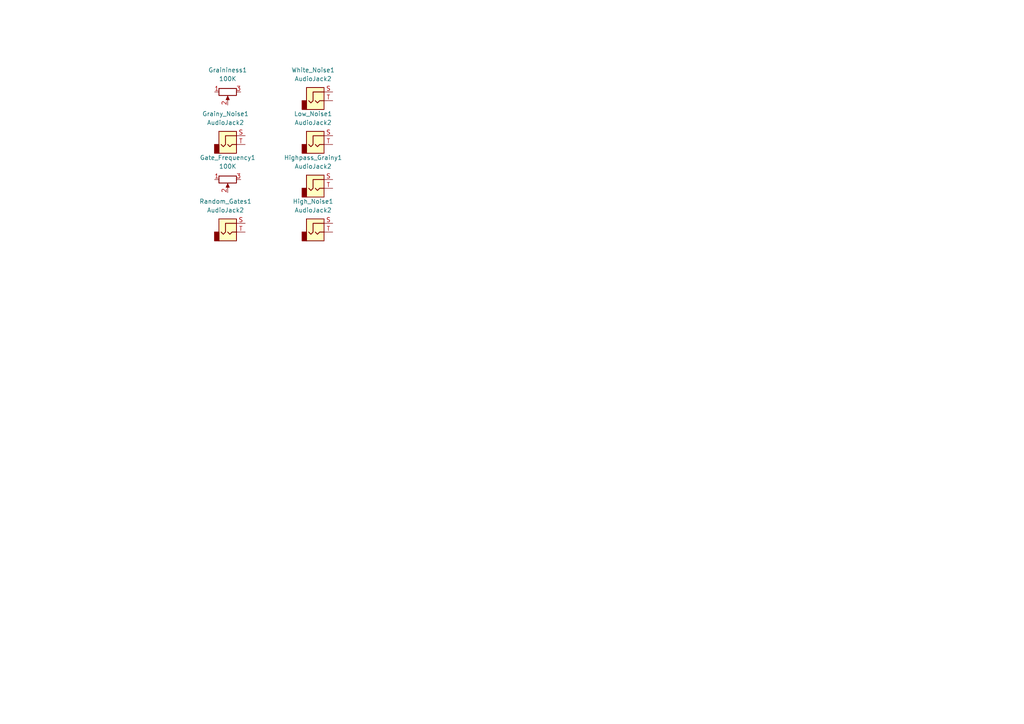
<source format=kicad_sch>
(kicad_sch (version 20230121) (generator eeschema)
  (paper "A4")
  (lib_symbols
    (symbol "Connector-github:AudioJack2"
      (property "Reference" "J" (at 0 8.89 0))
      (property "Value" "AudioJack2" (at 0 6.35 0))
      (symbol "AudioJack2_0_1"
        (rectangle (start -3.81 0) (end -2.54 -2.54) (stroke (width 0.254)) (fill (type outline)))
        (rectangle (start -2.54 3.81) (end 2.54 -2.54) (stroke (width 0.254)) (fill (type background)))
        (polyline (pts (xy 0 0) (xy 0.635 -0.635) (xy 1.27 0) (xy 2.54 0)) (stroke (width 0.254)))
        (polyline (pts (xy 2.54 2.54) (xy -0.635 2.54) (xy -0.635 0) (xy -1.27 -0.635) (xy -1.905 0)) (stroke (width 0.254)))
      )
      (symbol "AudioJack2_1_1"
        (pin passive line (at 5.08 2.54 180) (length 2.54) (name "~") (number "S"))
        (pin passive line (at 5.08 0 180) (length 2.54) (name "~") (number "T"))
      )
    )
    (symbol "Device:R_Potentiometer" (pin_names (offset 1.016) hide)
      (property "Reference" "RV" (at -4.445 0 90))
      (property "Value" "R_Potentiometer" (at -2.54 0 90))
      (symbol "R_Potentiometer_0_1"
        (polyline (pts (xy 2.54 0) (xy 1.524 0)))
        (polyline (pts (xy 1.143 0) (xy 2.286 0.508) (xy 2.286 -0.508) (xy 1.143 0)) (fill (type outline)))
        (rectangle (start 1.016 2.54) (end -1.016 -2.54) (stroke (width 0.254)))
      )
      (symbol "R_Potentiometer_1_1"
        (pin passive line (at 0 3.81 270) (length 1.27) (name "1") (number "1"))
        (pin passive line (at 3.81 0 180) (length 1.27) (name "2") (number "2"))
        (pin passive line (at 0 -3.81 90) (length 1.27) (name "3") (number "3"))
      )
    )
  )
  (symbol (lib_id "Device:R_Potentiometer") (at 66.04 26.67 90) (mirror x) (unit 1)
    (property "Reference" "Graininess1" (at 66.04 20.32 90))
    (property "Value" "100K" (at 66.04 22.86 90))
    (property "Footprint" "Library:Potentiometer_Bourns_PTV09A-1_Single_Vertical-panel" (effects hide))
  )
  (symbol (lib_id "Connector-github:AudioJack2") (at 66.04 41.91 0) (unit 1)
    (property "Reference" "Grainy_Noise1" (at 65.405 33.02 0))
    (property "Value" "AudioJack2" (at 65.405 35.56 0))
    (property "Footprint" "Library:Jack_3.5mm_QingPu_WQP-PJ398SM_Vertical_CircularHoles-panel" (effects hide))
  )
  (symbol (lib_id "Connector-github:AudioJack2") (at 91.44 41.91 0) (unit 1)
    (property "Reference" "Low_Noise1" (at 90.805 33.02 0))
    (property "Value" "AudioJack2" (at 90.805 35.56 0))
    (property "Footprint" "Library:Jack_3.5mm_QingPu_WQP-PJ398SM_Vertical_CircularHoles-panel" (effects hide))
  )
  (symbol (lib_id "Connector-github:AudioJack2") (at 91.44 67.31 0) (unit 1)
    (property "Reference" "High_Noise1" (at 90.805 58.42 0))
    (property "Value" "AudioJack2" (at 90.805 60.96 0))
    (property "Footprint" "Library:Jack_3.5mm_QingPu_WQP-PJ398SM_Vertical_CircularHoles-panel" (effects hide))
  )
  (symbol (lib_id "Connector-github:AudioJack2") (at 66.04 67.31 0) (unit 1)
    (property "Reference" "Random_Gates1" (at 65.405 58.42 0))
    (property "Value" "AudioJack2" (at 65.405 60.96 0))
    (property "Footprint" "Library:Jack_3.5mm_QingPu_WQP-PJ398SM_Vertical_CircularHoles-panel" (effects hide))
  )
  (symbol (lib_id "Connector-github:AudioJack2") (at 91.44 54.61 0) (unit 1)
    (property "Reference" "Highpass_Grainy1" (at 90.805 45.72 0))
    (property "Value" "AudioJack2" (at 90.805 48.26 0))
    (property "Footprint" "Library:Jack_3.5mm_QingPu_WQP-PJ398SM_Vertical_CircularHoles-panel" (effects hide))
  )
  (symbol (lib_id "Device:R_Potentiometer") (at 66.04 52.07 90) (mirror x) (unit 1)
    (property "Reference" "Gate_Frequency1" (at 66.04 45.72 90))
    (property "Value" "100K" (at 66.04 48.26 90))
    (property "Footprint" "Library:Potentiometer_Bourns_PTV09A-1_Single_Vertical-panel" (effects hide))
  )
  (symbol (lib_id "Connector-github:AudioJack2") (at 91.44 29.21 0) (unit 1)
    (property "Reference" "White_Noise1" (at 90.805 20.32 0))
    (property "Value" "AudioJack2" (at 90.805 22.86 0))
    (property "Footprint" "Library:Jack_3.5mm_QingPu_WQP-PJ398SM_Vertical_CircularHoles-panel" (effects hide))
  )
)
</source>
